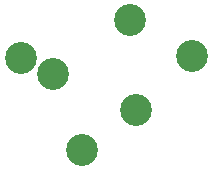
<source format=gtl>
G04 Layer_Physical_Order=1*
G04 Layer_Color=25308*
%FSLAX25Y25*%
%MOIN*%
G70*
G01*
G75*
%ADD10C,0.10630*%
D10*
X223622Y137008D02*
D03*
X234252Y131496D02*
D03*
X259842Y149606D02*
D03*
X261811Y119685D02*
D03*
X280571Y137795D02*
D03*
X244094Y106299D02*
D03*
M02*

</source>
